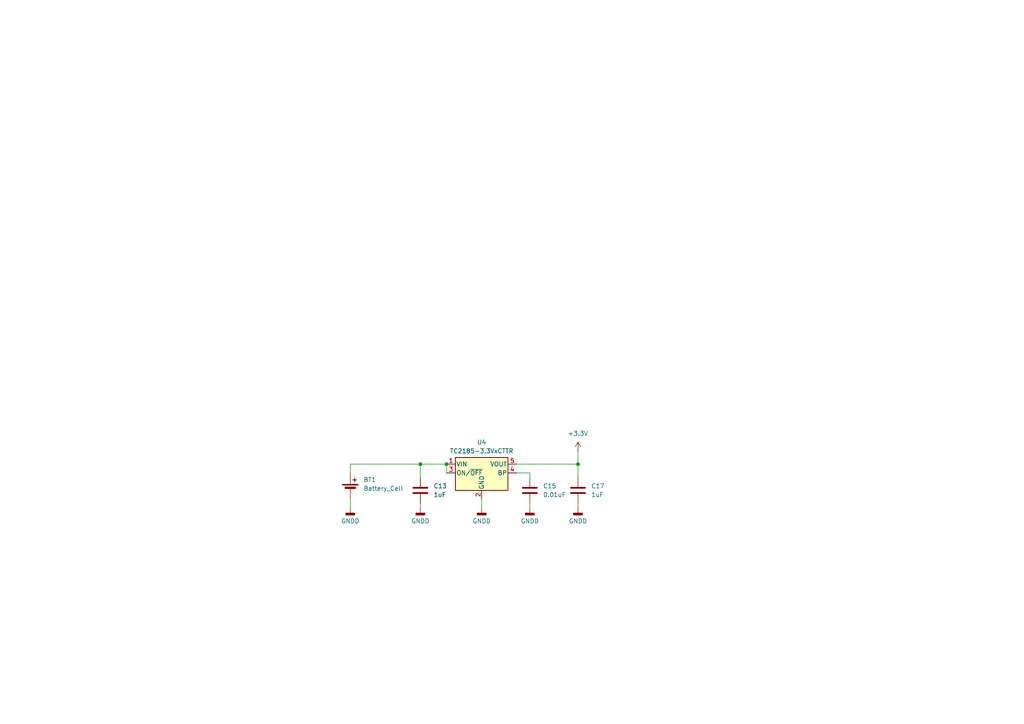
<source format=kicad_sch>
(kicad_sch (version 20231120) (generator "eeschema") (generator_version "8.0")
  (paper "A4")
  (lib_symbols
    (symbol "Device:Battery_Cell" (pin_numbers hide) (pin_names (offset 0) hide)
      (property "Reference" "BT" (at 2.54 2.54 0))
      (property "Value" "Battery_Cell" (at 2.54 0 0))
      (symbol "Battery_Cell_0_1"
        (rectangle (start -2.286 1.778) (end 2.286 1.524) (fill (type outline)))
        (rectangle (start -1.524 1.016) (end 1.524 0.508) (fill (type outline)))
        (polyline (pts (xy 0 0.762) (xy 0 0)))
        (polyline (pts (xy 0 1.778) (xy 0 2.54)))
        (polyline (pts (xy 0.762 3.048) (xy 1.778 3.048)) (stroke (width 0.254)))
        (polyline (pts (xy 1.27 3.556) (xy 1.27 2.54)) (stroke (width 0.254)))
      )
      (symbol "Battery_Cell_1_1"
        (pin passive line (at 0 5.08 270) (length 2.54) (name "+") (number "1"))
        (pin passive line (at 0 -2.54 90) (length 2.54) (name "-") (number "2"))
      )
    )
    (symbol "Device:C" (pin_numbers hide) (pin_names (offset 0.254))
      (property "Reference" "C" (at 0.635 2.54 0))
      (property "Value" "C" (at 0.635 -2.54 0))
      (symbol "C_0_1"
        (polyline (pts (xy -2.032 -0.762) (xy 2.032 -0.762)) (stroke (width 0.508)))
        (polyline (pts (xy -2.032 0.762) (xy 2.032 0.762)) (stroke (width 0.508)))
      )
      (symbol "C_1_1"
        (pin passive line (at 0 3.81 270) (length 2.794) (name "~") (number "1"))
        (pin passive line (at 0 -3.81 90) (length 2.794) (name "~") (number "2"))
      )
    )
    (symbol "Regulator_Linear:TC2185-3.3VxCTTR" (pin_names (offset 0.254))
      (property "Reference" "U" (at -6.35 5.715 0))
      (property "Value" "TC2185-3.3VxCTTR" (at 0 5.715 0))
      (symbol "TC2185-3.3VxCTTR_0_1"
        (rectangle (start -7.62 -5.08) (end 7.62 4.445) (stroke (width 0.254)) (fill (type background)))
      )
      (symbol "TC2185-3.3VxCTTR_1_1"
        (pin power_in line (at -10.16 2.54 0) (length 2.54) (name "VIN") (number "1"))
        (pin power_in line (at 0 -7.62 90) (length 2.54) (name "GND") (number "2"))
        (pin input line (at -10.16 0 0) (length 2.54) (name "ON/~{OFF}") (number "3"))
        (pin input line (at 10.16 0 180) (length 2.54) (name "BP") (number "4"))
        (pin power_out line (at 10.16 2.54 180) (length 2.54) (name "VOUT") (number "5"))
      )
    )
    (symbol "power:+3.3V" (power) (pin_numbers hide) (pin_names (offset 0) hide)
      (property "Value" "+3.3V" (at 0 3.556 0))
      (symbol "+3.3V_0_1"
        (polyline (pts (xy -0.762 1.27) (xy 0 2.54)))
        (polyline (pts (xy 0 0) (xy 0 2.54)))
        (polyline (pts (xy 0 2.54) (xy 0.762 1.27)))
      )
      (symbol "+3.3V_1_1"
        (pin power_in line (at 0 0 90) (length 0) (name "~") (number "1"))
      )
    )
    (symbol "power:GNDD" (power) (pin_numbers hide) (pin_names (offset 0) hide)
      (property "Value" "GNDD" (at 0 -3.175 0))
      (symbol "GNDD_0_1"
        (rectangle (start -1.27 -1.524) (end 1.27 -2.032) (stroke (width 0.254)) (fill (type outline)))
        (polyline (pts (xy 0 0) (xy 0 -1.524)))
      )
      (symbol "GNDD_1_1"
        (pin power_in line (at 0 0 270) (length 0) (name "~") (number "1"))
      )
    )
  )
  (junction (at 167.64 134.62))
  (junction (at 129.54 134.62))
  (junction (at 121.92 134.62))
  (wire (pts (xy 167.64 146.05) (xy 167.64 147.32)))
  (wire (pts (xy 101.6 147.32) (xy 101.6 144.78)))
  (wire (pts (xy 129.54 134.62) (xy 129.54 137.16)))
  (wire (pts (xy 121.92 146.05) (xy 121.92 147.32)))
  (wire (pts (xy 121.92 138.43) (xy 121.92 134.62)))
  (wire (pts (xy 121.92 134.62) (xy 129.54 134.62)))
  (wire (pts (xy 167.64 134.62) (xy 167.64 138.43)))
  (wire (pts (xy 149.86 137.16) (xy 153.67 137.16)))
  (wire (pts (xy 167.64 130.81) (xy 167.64 134.62)))
  (wire (pts (xy 101.6 134.62) (xy 101.6 137.16)))
  (wire (pts (xy 149.86 134.62) (xy 167.64 134.62)))
  (wire (pts (xy 139.7 147.32) (xy 139.7 144.78)))
  (wire (pts (xy 101.6 134.62) (xy 121.92 134.62)))
  (wire (pts (xy 153.67 137.16) (xy 153.67 138.43)))
  (wire (pts (xy 153.67 147.32) (xy 153.67 146.05)))
  (symbol (lib_id "power:GNDD") (at 167.64 147.32 0) (unit 1)
    (property "Reference" "#PWR033" (effects (hide yes)))
    (property "Value" "GNDD" (at 167.64 151.13 0))
    (property "Description" "Power symbol creates a global label with name \"GNDD\" , digital ground" (effects (hide yes)))
  )
  (symbol (lib_id "Device:Battery_Cell") (at 101.6 142.24 0) (unit 1)
    (property "Reference" "BT1" (at 105.41 139.1284 0) (effects (justify left)))
    (property "Value" "Battery_Cell" (at 105.41 141.6684 0) (effects (justify left)))
    (property "Footprint" "Battery:BatteryHolder_MPD_BH-18650-PC2" (effects (hide yes)))
    (property "Description" "Single-cell battery" (effects (hide yes)))
  )
  (symbol (lib_id "power:GNDD") (at 139.7 147.32 0) (unit 1)
    (property "Reference" "#PWR028" (effects (hide yes)))
    (property "Value" "GNDD" (at 139.7 151.13 0))
    (property "Description" "Power symbol creates a global label with name \"GNDD\" , digital ground" (effects (hide yes)))
  )
  (symbol (lib_id "power:+3.3V") (at 167.64 130.81 0) (unit 1)
    (property "Reference" "#PWR032" (effects (hide yes)))
    (property "Value" "+3.3V" (at 167.64 125.73 0))
    (property "Description" "Power symbol creates a global label with name \"+3.3V\"" (effects (hide yes)))
  )
  (symbol (lib_id "Device:C") (at 121.92 142.24 0) (unit 1)
    (property "Reference" "C13" (at 125.73 140.9699 0) (effects (justify left)))
    (property "Value" "1uF" (at 125.73 143.5099 0) (effects (justify left)))
    (property "Footprint" "Capacitor_SMD:C_0603_1608Metric_Pad1.08x0.95mm_HandSolder" (effects (hide yes)))
    (property "Description" "Unpolarized capacitor" (effects (hide yes)))
  )
  (symbol (lib_id "power:GNDD") (at 121.92 147.32 0) (unit 1)
    (property "Reference" "#PWR027" (effects (hide yes)))
    (property "Value" "GNDD" (at 121.92 151.13 0))
    (property "Description" "Power symbol creates a global label with name \"GNDD\" , digital ground" (effects (hide yes)))
  )
  (symbol (lib_id "Device:C") (at 153.67 142.24 0) (unit 1)
    (property "Reference" "C15" (at 157.48 140.9699 0) (effects (justify left)))
    (property "Value" "0.01uF" (at 157.48 143.5099 0) (effects (justify left)))
    (property "Footprint" "Capacitor_SMD:C_0603_1608Metric_Pad1.08x0.95mm_HandSolder" (effects (hide yes)))
    (property "Description" "Unpolarized capacitor" (effects (hide yes)))
  )
  (symbol (lib_id "Device:C") (at 167.64 142.24 0) (unit 1)
    (property "Reference" "C17" (at 171.45 140.9699 0) (effects (justify left)))
    (property "Value" "1uF" (at 171.45 143.5099 0) (effects (justify left)))
    (property "Footprint" "Capacitor_SMD:C_0603_1608Metric_Pad1.08x0.95mm_HandSolder" (effects (hide yes)))
    (property "Description" "Unpolarized capacitor" (effects (hide yes)))
  )
  (symbol (lib_id "power:GNDD") (at 153.67 147.32 0) (unit 1)
    (property "Reference" "#PWR030" (effects (hide yes)))
    (property "Value" "GNDD" (at 153.67 151.13 0))
    (property "Description" "Power symbol creates a global label with name \"GNDD\" , digital ground" (effects (hide yes)))
  )
  (symbol (lib_id "Regulator_Linear:TC2185-3.3VxCTTR") (at 139.7 137.16 0) (unit 1)
    (property "Reference" "U4" (at 139.7 128.27 0))
    (property "Value" "TC2185-3.3VxCTTR" (at 139.7 130.81 0))
    (property "Footprint" "Package_TO_SOT_SMD:SOT-23-5" (effects (hide yes)))
    (property "Datasheet" "http://ww1.microchip.com/downloads/en/DeviceDoc/21662F.pdf" (effects (hide yes)))
    (property "Description" "3.3V 150mA CMOS LDO with Shutdown and Vref Bypass, SOT-23-5" (effects (hide yes)))
  )
  (symbol (lib_id "power:GNDD") (at 101.6 147.32 0) (unit 1)
    (property "Reference" "#PWR01" (effects (hide yes)))
    (property "Value" "GNDD" (at 101.6 151.13 0))
    (property "Description" "Power symbol creates a global label with name \"GNDD\" , digital ground" (effects (hide yes)))
  )
)
</source>
